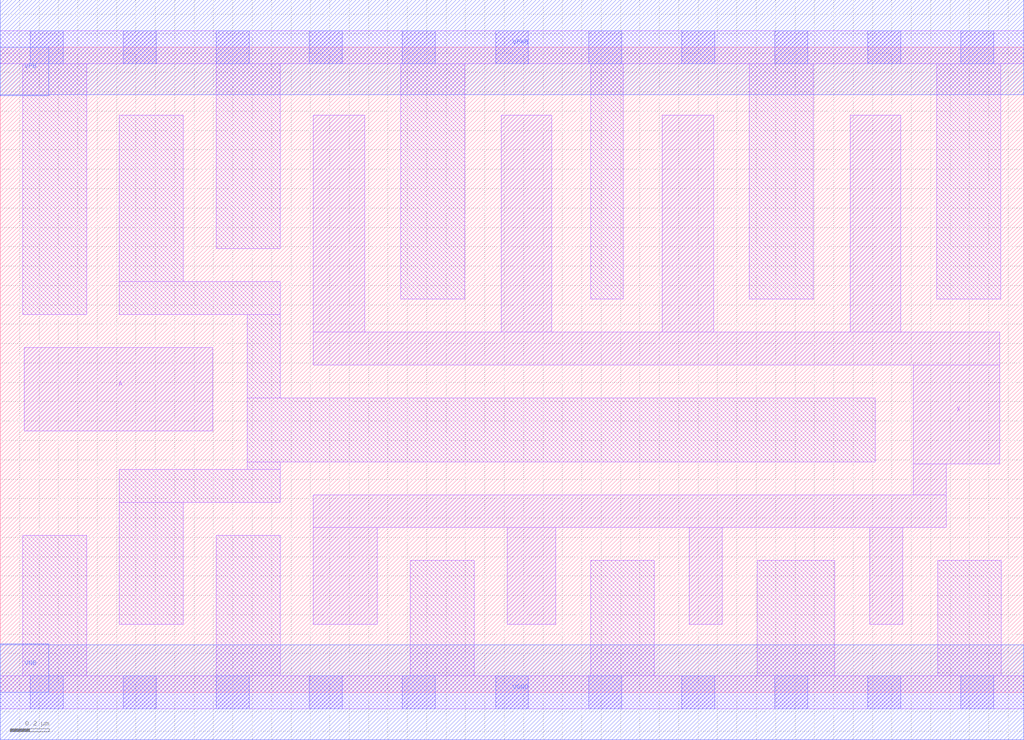
<source format=lef>
# Copyright 2020 The SkyWater PDK Authors
#
# Licensed under the Apache License, Version 2.0 (the "License");
# you may not use this file except in compliance with the License.
# You may obtain a copy of the License at
#
#     https://www.apache.org/licenses/LICENSE-2.0
#
# Unless required by applicable law or agreed to in writing, software
# distributed under the License is distributed on an "AS IS" BASIS,
# WITHOUT WARRANTIES OR CONDITIONS OF ANY KIND, either express or implied.
# See the License for the specific language governing permissions and
# limitations under the License.
#
# SPDX-License-Identifier: Apache-2.0

VERSION 5.5 ;
NAMESCASESENSITIVE ON ;
BUSBITCHARS "[]" ;
DIVIDERCHAR "/" ;
MACRO sky130_fd_sc_ms__clkbuf_8
  CLASS CORE ;
  SOURCE USER ;
  ORIGIN  0.000000  0.000000 ;
  SIZE  5.280000 BY  3.330000 ;
  SYMMETRY X Y ;
  SITE unit ;
  PIN A
    ANTENNAGATEAREA  0.462000 ;
    DIRECTION INPUT ;
    USE SIGNAL ;
    PORT
      LAYER li1 ;
        RECT 0.125000 1.350000 1.095000 1.780000 ;
    END
  END A
  PIN X
    ANTENNADIFFAREA  1.841700 ;
    DIRECTION OUTPUT ;
    USE SIGNAL ;
    PORT
      LAYER li1 ;
        RECT 1.615000 0.350000 1.945000 0.850000 ;
        RECT 1.615000 0.850000 4.880000 1.020000 ;
        RECT 1.615000 1.690000 5.155000 1.860000 ;
        RECT 1.615000 1.860000 1.880000 2.980000 ;
        RECT 2.585000 1.860000 2.845000 2.980000 ;
        RECT 2.615000 0.350000 2.865000 0.850000 ;
        RECT 3.415000 1.860000 3.680000 2.980000 ;
        RECT 3.555000 0.350000 3.725000 0.850000 ;
        RECT 4.385000 1.860000 4.645000 2.980000 ;
        RECT 4.485000 0.350000 4.655000 0.850000 ;
        RECT 4.710000 1.020000 4.880000 1.180000 ;
        RECT 4.710000 1.180000 5.155000 1.690000 ;
    END
  END X
  PIN VGND
    DIRECTION INOUT ;
    USE GROUND ;
    PORT
      LAYER met1 ;
        RECT 0.000000 -0.245000 5.280000 0.245000 ;
    END
  END VGND
  PIN VNB
    DIRECTION INOUT ;
    USE GROUND ;
    PORT
      LAYER met1 ;
        RECT 0.000000 0.000000 0.250000 0.250000 ;
    END
  END VNB
  PIN VPB
    DIRECTION INOUT ;
    USE POWER ;
    PORT
      LAYER met1 ;
        RECT 0.000000 3.080000 0.250000 3.330000 ;
    END
  END VPB
  PIN VPWR
    DIRECTION INOUT ;
    USE POWER ;
    PORT
      LAYER met1 ;
        RECT 0.000000 3.085000 5.280000 3.575000 ;
    END
  END VPWR
  OBS
    LAYER li1 ;
      RECT 0.000000 -0.085000 5.280000 0.085000 ;
      RECT 0.000000  3.245000 5.280000 3.415000 ;
      RECT 0.115000  0.085000 0.445000 0.810000 ;
      RECT 0.115000  1.950000 0.445000 3.245000 ;
      RECT 0.615000  0.350000 0.945000 0.980000 ;
      RECT 0.615000  0.980000 1.445000 1.150000 ;
      RECT 0.615000  1.950000 1.445000 2.120000 ;
      RECT 0.615000  2.120000 0.945000 2.980000 ;
      RECT 1.115000  0.085000 1.445000 0.810000 ;
      RECT 1.115000  2.290000 1.445000 3.245000 ;
      RECT 1.275000  1.150000 1.445000 1.190000 ;
      RECT 1.275000  1.190000 4.515000 1.520000 ;
      RECT 1.275000  1.520000 1.445000 1.950000 ;
      RECT 2.065000  2.030000 2.395000 3.245000 ;
      RECT 2.115000  0.085000 2.445000 0.680000 ;
      RECT 3.045000  0.085000 3.375000 0.680000 ;
      RECT 3.045000  2.030000 3.215000 3.245000 ;
      RECT 3.865000  2.030000 4.195000 3.245000 ;
      RECT 3.905000  0.085000 4.305000 0.680000 ;
      RECT 4.830000  2.030000 5.160000 3.245000 ;
      RECT 4.835000  0.085000 5.165000 0.680000 ;
    LAYER mcon ;
      RECT 0.155000 -0.085000 0.325000 0.085000 ;
      RECT 0.155000  3.245000 0.325000 3.415000 ;
      RECT 0.635000 -0.085000 0.805000 0.085000 ;
      RECT 0.635000  3.245000 0.805000 3.415000 ;
      RECT 1.115000 -0.085000 1.285000 0.085000 ;
      RECT 1.115000  3.245000 1.285000 3.415000 ;
      RECT 1.595000 -0.085000 1.765000 0.085000 ;
      RECT 1.595000  3.245000 1.765000 3.415000 ;
      RECT 2.075000 -0.085000 2.245000 0.085000 ;
      RECT 2.075000  3.245000 2.245000 3.415000 ;
      RECT 2.555000 -0.085000 2.725000 0.085000 ;
      RECT 2.555000  3.245000 2.725000 3.415000 ;
      RECT 3.035000 -0.085000 3.205000 0.085000 ;
      RECT 3.035000  3.245000 3.205000 3.415000 ;
      RECT 3.515000 -0.085000 3.685000 0.085000 ;
      RECT 3.515000  3.245000 3.685000 3.415000 ;
      RECT 3.995000 -0.085000 4.165000 0.085000 ;
      RECT 3.995000  3.245000 4.165000 3.415000 ;
      RECT 4.475000 -0.085000 4.645000 0.085000 ;
      RECT 4.475000  3.245000 4.645000 3.415000 ;
      RECT 4.955000 -0.085000 5.125000 0.085000 ;
      RECT 4.955000  3.245000 5.125000 3.415000 ;
  END
END sky130_fd_sc_ms__clkbuf_8

</source>
